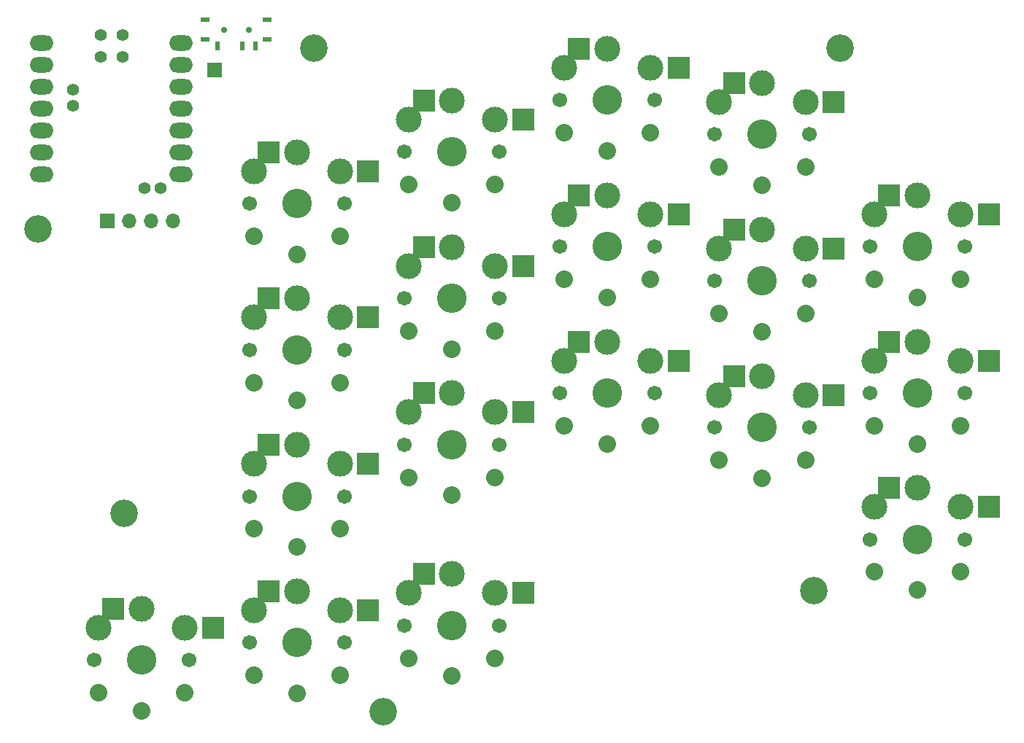
<source format=gbr>
%TF.GenerationSoftware,KiCad,Pcbnew,(7.0.0)*%
%TF.CreationDate,2023-09-04T00:10:11+01:00*%
%TF.ProjectId,Razer36_V2,52617a65-7233-4365-9f56-322e6b696361,rev?*%
%TF.SameCoordinates,Original*%
%TF.FileFunction,Soldermask,Bot*%
%TF.FilePolarity,Negative*%
%FSLAX46Y46*%
G04 Gerber Fmt 4.6, Leading zero omitted, Abs format (unit mm)*
G04 Created by KiCad (PCBNEW (7.0.0)) date 2023-09-04 00:10:11*
%MOMM*%
%LPD*%
G01*
G04 APERTURE LIST*
%ADD10C,1.701800*%
%ADD11C,3.000000*%
%ADD12C,3.429000*%
%ADD13R,2.600000X2.600000*%
%ADD14C,2.032000*%
%ADD15C,3.200000*%
%ADD16O,2.750000X1.800000*%
%ADD17C,1.397000*%
%ADD18C,0.700000*%
%ADD19R,1.700000X1.700000*%
%ADD20O,1.700000X1.700000*%
%ADD21R,1.100000X0.600000*%
%ADD22R,1.000000X0.600000*%
%ADD23R,0.600000X1.000000*%
G04 APERTURE END LIST*
D10*
%TO.C,Sw4*%
X130500000Y-88000000D03*
D11*
X131000000Y-84250000D03*
X136000000Y-82050000D03*
D12*
X136000000Y-88000000D03*
D11*
X141000000Y-84250000D03*
D10*
X141500000Y-88000000D03*
D13*
X132724999Y-82049999D03*
D14*
X136000000Y-93900000D03*
X131000000Y-91800000D03*
X141000000Y-91800000D03*
D13*
X144274999Y-84249999D03*
%TD*%
D15*
%TO.C,REF\u002A\u002A*%
X80000000Y-136000000D03*
%TD*%
D10*
%TO.C,Sw17*%
X148500000Y-126000000D03*
D11*
X149000000Y-122250000D03*
X154000000Y-120050000D03*
D12*
X154000000Y-126000000D03*
D11*
X159000000Y-122250000D03*
D10*
X159500000Y-126000000D03*
D13*
X150724999Y-120049999D03*
D14*
X154000000Y-131900000D03*
X149000000Y-129800000D03*
X159000000Y-129800000D03*
D13*
X162274999Y-122249999D03*
%TD*%
D10*
%TO.C,Sw15*%
X112500000Y-128000000D03*
D11*
X113000000Y-124250000D03*
X118000000Y-122050000D03*
D12*
X118000000Y-128000000D03*
D11*
X123000000Y-124250000D03*
D10*
X123500000Y-128000000D03*
D13*
X114724999Y-122049999D03*
D14*
X118000000Y-133900000D03*
X113000000Y-131800000D03*
X123000000Y-131800000D03*
D13*
X126274999Y-124249999D03*
%TD*%
D16*
%TO.C,U1*%
X70404999Y-81379999D03*
X70404999Y-83919999D03*
X70404999Y-86459999D03*
X70404999Y-88999999D03*
X70404999Y-91539999D03*
X70404999Y-94079999D03*
X70404999Y-96619999D03*
X86594999Y-96619999D03*
X86594999Y-94079999D03*
X86594999Y-91539999D03*
X86594999Y-88999999D03*
X86594999Y-86459999D03*
X86594999Y-83919999D03*
X86594999Y-81379999D03*
D17*
X77230000Y-80428000D03*
X79770000Y-80428000D03*
X77230000Y-82968000D03*
X79770000Y-82968000D03*
X74055000Y-88683000D03*
X74055000Y-86778000D03*
X82310000Y-98208000D03*
X84215000Y-98208000D03*
%TD*%
D15*
%TO.C,REF\u002A\u002A*%
X70000000Y-103000000D03*
%TD*%
D18*
%TO.C,PWR1*%
X94450000Y-79850000D03*
X91550000Y-79850000D03*
%TD*%
D15*
%TO.C,REF\u002A\u002A*%
X163000000Y-82000000D03*
%TD*%
D19*
%TO.C,J1*%
X77999999Y-101999999D03*
D20*
X80539999Y-101999999D03*
X83079999Y-101999999D03*
X85619999Y-101999999D03*
%TD*%
D10*
%TO.C,Sw16*%
X130500000Y-122000000D03*
D11*
X131000000Y-118250000D03*
X136000000Y-116050000D03*
D12*
X136000000Y-122000000D03*
D11*
X141000000Y-118250000D03*
D10*
X141500000Y-122000000D03*
D13*
X132724999Y-116049999D03*
D14*
X136000000Y-127900000D03*
X131000000Y-125800000D03*
X141000000Y-125800000D03*
D13*
X144274999Y-118249999D03*
%TD*%
D15*
%TO.C,REF\u002A\u002A*%
X160000000Y-145000000D03*
%TD*%
D10*
%TO.C,Sw9*%
X112500000Y-111000000D03*
D11*
X113000000Y-107250000D03*
X118000000Y-105050000D03*
D12*
X118000000Y-111000000D03*
D11*
X123000000Y-107250000D03*
D10*
X123500000Y-111000000D03*
D13*
X114724999Y-105049999D03*
D14*
X118000000Y-116900000D03*
X113000000Y-114800000D03*
X123000000Y-114800000D03*
D13*
X126274999Y-107249999D03*
%TD*%
D10*
%TO.C,Sw1*%
X76500000Y-153000000D03*
D11*
X77000000Y-149250000D03*
X82000000Y-147050000D03*
D12*
X82000000Y-153000000D03*
D11*
X87000000Y-149250000D03*
D10*
X87500000Y-153000000D03*
D13*
X78724999Y-147049999D03*
D14*
X82000000Y-158900000D03*
X77000000Y-156800000D03*
X87000000Y-156800000D03*
D13*
X90274999Y-149249999D03*
%TD*%
D10*
%TO.C,Sw10*%
X130500000Y-105000000D03*
D11*
X131000000Y-101250000D03*
X136000000Y-99050000D03*
D12*
X136000000Y-105000000D03*
D11*
X141000000Y-101250000D03*
D10*
X141500000Y-105000000D03*
D13*
X132724999Y-99049999D03*
D14*
X136000000Y-110900000D03*
X131000000Y-108800000D03*
X141000000Y-108800000D03*
D13*
X144274999Y-101249999D03*
%TD*%
D10*
%TO.C,Sw5*%
X148500000Y-92000000D03*
D11*
X149000000Y-88250000D03*
X154000000Y-86050000D03*
D12*
X154000000Y-92000000D03*
D11*
X159000000Y-88250000D03*
D10*
X159500000Y-92000000D03*
D13*
X150724999Y-86049999D03*
D14*
X154000000Y-97900000D03*
X149000000Y-95800000D03*
X159000000Y-95800000D03*
D13*
X162274999Y-88249999D03*
%TD*%
D19*
%TO.C,J3*%
X90499999Y-84499999D03*
%TD*%
D10*
%TO.C,Sw6*%
X166500000Y-105000000D03*
D11*
X167000000Y-101250000D03*
X172000000Y-99050000D03*
D12*
X172000000Y-105000000D03*
D11*
X177000000Y-101250000D03*
D10*
X177500000Y-105000000D03*
D13*
X168724999Y-99049999D03*
D14*
X172000000Y-110900000D03*
X167000000Y-108800000D03*
X177000000Y-108800000D03*
D13*
X180274999Y-101249999D03*
%TD*%
D10*
%TO.C,Sw3*%
X112500000Y-94000000D03*
D11*
X113000000Y-90250000D03*
X118000000Y-88050000D03*
D12*
X118000000Y-94000000D03*
D11*
X123000000Y-90250000D03*
D10*
X123500000Y-94000000D03*
D13*
X114724999Y-88049999D03*
D14*
X118000000Y-99900000D03*
X113000000Y-97800000D03*
X123000000Y-97800000D03*
D13*
X126274999Y-90249999D03*
%TD*%
D10*
%TO.C,Sw11*%
X148500000Y-109000000D03*
D11*
X149000000Y-105250000D03*
X154000000Y-103050000D03*
D12*
X154000000Y-109000000D03*
D11*
X159000000Y-105250000D03*
D10*
X159500000Y-109000000D03*
D13*
X150724999Y-103049999D03*
D14*
X154000000Y-114900000D03*
X149000000Y-112800000D03*
X159000000Y-112800000D03*
D13*
X162274999Y-105249999D03*
%TD*%
D15*
%TO.C,REF\u002A\u002A*%
X110000000Y-159000000D03*
%TD*%
D10*
%TO.C,Sw2*%
X94500000Y-100000000D03*
D11*
X95000000Y-96250000D03*
X100000000Y-94050000D03*
D12*
X100000000Y-100000000D03*
D11*
X105000000Y-96250000D03*
D10*
X105500000Y-100000000D03*
D13*
X96724999Y-94049999D03*
D14*
X100000000Y-105900000D03*
X95000000Y-103800000D03*
X105000000Y-103800000D03*
D13*
X108274999Y-96249999D03*
%TD*%
D10*
%TO.C,Sw13*%
X112500000Y-149000000D03*
D11*
X113000000Y-145250000D03*
X118000000Y-143050000D03*
D12*
X118000000Y-149000000D03*
D11*
X123000000Y-145250000D03*
D10*
X123500000Y-149000000D03*
D13*
X114724999Y-143049999D03*
D14*
X118000000Y-154900000D03*
X113000000Y-152800000D03*
X123000000Y-152800000D03*
D13*
X126274999Y-145249999D03*
%TD*%
D10*
%TO.C,Sw7*%
X94500000Y-151000000D03*
D11*
X95000000Y-147250000D03*
X100000000Y-145050000D03*
D12*
X100000000Y-151000000D03*
D11*
X105000000Y-147250000D03*
D10*
X105500000Y-151000000D03*
D13*
X96724999Y-145049999D03*
D14*
X100000000Y-156900000D03*
X95000000Y-154800000D03*
X105000000Y-154800000D03*
D13*
X108274999Y-147249999D03*
%TD*%
D10*
%TO.C,Sw14*%
X94500000Y-134000000D03*
D11*
X95000000Y-130250000D03*
X100000000Y-128050000D03*
D12*
X100000000Y-134000000D03*
D11*
X105000000Y-130250000D03*
D10*
X105500000Y-134000000D03*
D13*
X96724999Y-128049999D03*
D14*
X100000000Y-139900000D03*
X95000000Y-137800000D03*
X105000000Y-137800000D03*
D13*
X108274999Y-130249999D03*
%TD*%
D10*
%TO.C,Sw12*%
X166500000Y-122000000D03*
D11*
X167000000Y-118250000D03*
X172000000Y-116050000D03*
D12*
X172000000Y-122000000D03*
D11*
X177000000Y-118250000D03*
D10*
X177500000Y-122000000D03*
D13*
X168724999Y-116049999D03*
D14*
X172000000Y-127900000D03*
X167000000Y-125800000D03*
X177000000Y-125800000D03*
D13*
X180274999Y-118249999D03*
%TD*%
D10*
%TO.C,Sw8*%
X94500000Y-117000000D03*
D11*
X95000000Y-113250000D03*
X100000000Y-111050000D03*
D12*
X100000000Y-117000000D03*
D11*
X105000000Y-113250000D03*
D10*
X105500000Y-117000000D03*
D13*
X96724999Y-111049999D03*
D14*
X100000000Y-122900000D03*
X95000000Y-120800000D03*
X105000000Y-120800000D03*
D13*
X108274999Y-113249999D03*
%TD*%
D15*
%TO.C,REF\u002A\u002A*%
X102000000Y-82000000D03*
%TD*%
D10*
%TO.C,Sw18*%
X166500000Y-139000000D03*
D11*
X167000000Y-135250000D03*
X172000000Y-133050000D03*
D12*
X172000000Y-139000000D03*
D11*
X177000000Y-135250000D03*
D10*
X177500000Y-139000000D03*
D13*
X168724999Y-133049999D03*
D14*
X172000000Y-144900000D03*
X167000000Y-142800000D03*
X177000000Y-142800000D03*
D13*
X180274999Y-135249999D03*
%TD*%
D21*
%TO.C,PWR2*%
X96599999Y-78706999D03*
D22*
X89399999Y-78706999D03*
D18*
X94450000Y-79850000D03*
X91550000Y-79850000D03*
D22*
X96599999Y-80992999D03*
D21*
X89399999Y-80992999D03*
D23*
X90799999Y-81699999D03*
X93699999Y-81699999D03*
X95199999Y-81699999D03*
%TD*%
M02*

</source>
